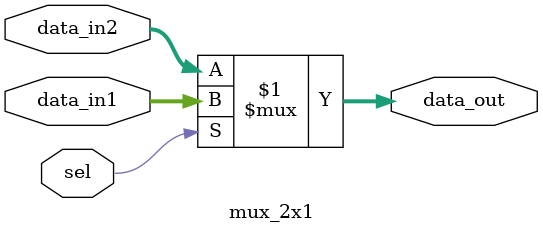
<source format=v>
`timescale 1ns / 1ps
module mux_2x1(data_out,data_in1,data_in2,sel);
input [31:0]data_in1,data_in2;
output [31:0]data_out;
input sel;
assign data_out=sel?data_in1:data_in2;
endmodule

</source>
